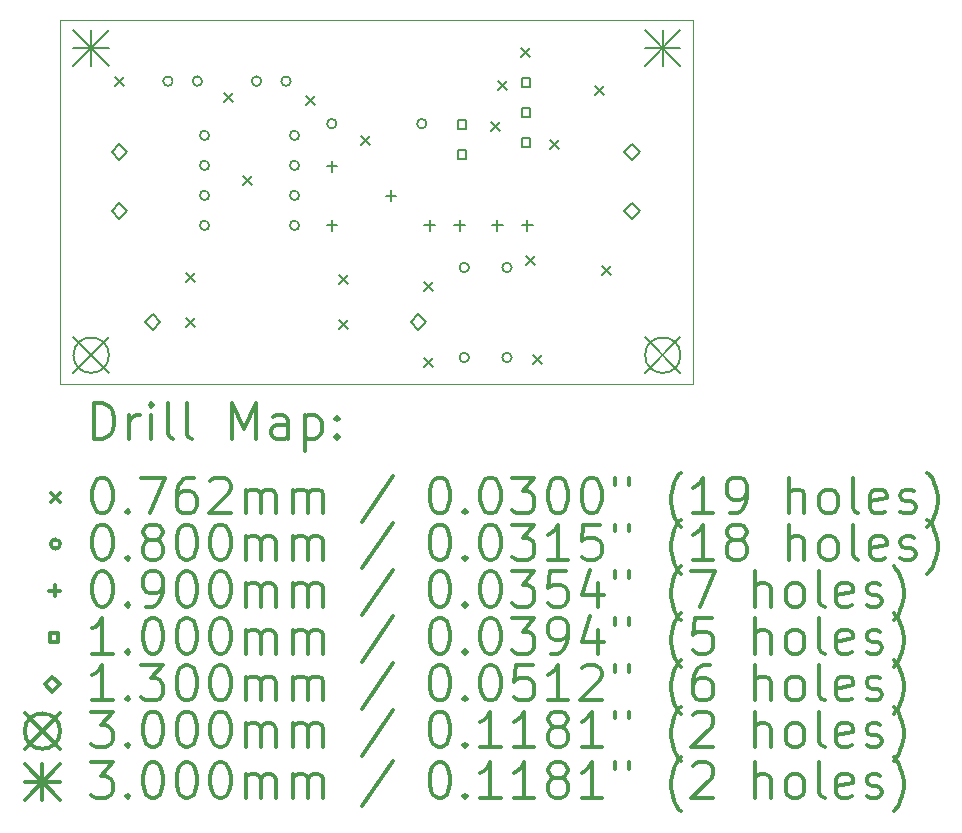
<source format=gbr>
%FSLAX45Y45*%
G04 Gerber Fmt 4.5, Leading zero omitted, Abs format (unit mm)*
G04 Created by KiCad (PCBNEW (5.1.10)-1) date 2021-06-01 12:55:46*
%MOMM*%
%LPD*%
G01*
G04 APERTURE LIST*
%TA.AperFunction,Profile*%
%ADD10C,0.050000*%
%TD*%
%ADD11C,0.200000*%
%ADD12C,0.300000*%
G04 APERTURE END LIST*
D10*
X8760000Y-11600000D02*
X8780000Y-11600000D01*
X8760000Y-14680000D02*
X8760000Y-11600000D01*
X14120000Y-14680000D02*
X8760000Y-14680000D01*
X14120000Y-11600000D02*
X14120000Y-14680000D01*
X8780000Y-11600000D02*
X14120000Y-11600000D01*
D11*
X9221900Y-12081900D02*
X9298100Y-12158100D01*
X9298100Y-12081900D02*
X9221900Y-12158100D01*
X9821900Y-13741900D02*
X9898100Y-13818100D01*
X9898100Y-13741900D02*
X9821900Y-13818100D01*
X9821900Y-14121900D02*
X9898100Y-14198100D01*
X9898100Y-14121900D02*
X9821900Y-14198100D01*
X10141900Y-12221900D02*
X10218100Y-12298100D01*
X10218100Y-12221900D02*
X10141900Y-12298100D01*
X10301900Y-12921900D02*
X10378100Y-12998100D01*
X10378100Y-12921900D02*
X10301900Y-12998100D01*
X10841900Y-12241900D02*
X10918100Y-12318100D01*
X10918100Y-12241900D02*
X10841900Y-12318100D01*
X11121900Y-13761900D02*
X11198100Y-13838100D01*
X11198100Y-13761900D02*
X11121900Y-13838100D01*
X11121900Y-14141900D02*
X11198100Y-14218100D01*
X11198100Y-14141900D02*
X11121900Y-14218100D01*
X11301900Y-12581900D02*
X11378100Y-12658100D01*
X11378100Y-12581900D02*
X11301900Y-12658100D01*
X11841900Y-13821900D02*
X11918100Y-13898100D01*
X11918100Y-13821900D02*
X11841900Y-13898100D01*
X11841900Y-14461900D02*
X11918100Y-14538100D01*
X11918100Y-14461900D02*
X11841900Y-14538100D01*
X12401900Y-12461900D02*
X12478100Y-12538100D01*
X12478100Y-12461900D02*
X12401900Y-12538100D01*
X12461900Y-12121900D02*
X12538100Y-12198100D01*
X12538100Y-12121900D02*
X12461900Y-12198100D01*
X12661900Y-11841900D02*
X12738100Y-11918100D01*
X12738100Y-11841900D02*
X12661900Y-11918100D01*
X12701900Y-13601900D02*
X12778100Y-13678100D01*
X12778100Y-13601900D02*
X12701900Y-13678100D01*
X12761900Y-14441900D02*
X12838100Y-14518100D01*
X12838100Y-14441900D02*
X12761900Y-14518100D01*
X12901900Y-12621900D02*
X12978100Y-12698100D01*
X12978100Y-12621900D02*
X12901900Y-12698100D01*
X13281900Y-12161900D02*
X13358100Y-12238100D01*
X13358100Y-12161900D02*
X13281900Y-12238100D01*
X13341900Y-13681900D02*
X13418100Y-13758100D01*
X13418100Y-13681900D02*
X13341900Y-13758100D01*
X9710000Y-12120000D02*
G75*
G03*
X9710000Y-12120000I-40000J0D01*
G01*
X9960000Y-12120000D02*
G75*
G03*
X9960000Y-12120000I-40000J0D01*
G01*
X10020000Y-12580000D02*
G75*
G03*
X10020000Y-12580000I-40000J0D01*
G01*
X10020000Y-12834000D02*
G75*
G03*
X10020000Y-12834000I-40000J0D01*
G01*
X10020000Y-13088000D02*
G75*
G03*
X10020000Y-13088000I-40000J0D01*
G01*
X10020000Y-13342000D02*
G75*
G03*
X10020000Y-13342000I-40000J0D01*
G01*
X10460000Y-12120000D02*
G75*
G03*
X10460000Y-12120000I-40000J0D01*
G01*
X10710000Y-12120000D02*
G75*
G03*
X10710000Y-12120000I-40000J0D01*
G01*
X10782000Y-12580000D02*
G75*
G03*
X10782000Y-12580000I-40000J0D01*
G01*
X10782000Y-12834000D02*
G75*
G03*
X10782000Y-12834000I-40000J0D01*
G01*
X10782000Y-13088000D02*
G75*
G03*
X10782000Y-13088000I-40000J0D01*
G01*
X10782000Y-13342000D02*
G75*
G03*
X10782000Y-13342000I-40000J0D01*
G01*
X11098000Y-12480000D02*
G75*
G03*
X11098000Y-12480000I-40000J0D01*
G01*
X11860000Y-12480000D02*
G75*
G03*
X11860000Y-12480000I-40000J0D01*
G01*
X12220000Y-13698000D02*
G75*
G03*
X12220000Y-13698000I-40000J0D01*
G01*
X12220000Y-14460000D02*
G75*
G03*
X12220000Y-14460000I-40000J0D01*
G01*
X12580000Y-13698000D02*
G75*
G03*
X12580000Y-13698000I-40000J0D01*
G01*
X12580000Y-14460000D02*
G75*
G03*
X12580000Y-14460000I-40000J0D01*
G01*
X11060000Y-12795000D02*
X11060000Y-12885000D01*
X11015000Y-12840000D02*
X11105000Y-12840000D01*
X11060000Y-13295000D02*
X11060000Y-13385000D01*
X11015000Y-13340000D02*
X11105000Y-13340000D01*
X11560000Y-13045000D02*
X11560000Y-13135000D01*
X11515000Y-13090000D02*
X11605000Y-13090000D01*
X11886000Y-13295000D02*
X11886000Y-13385000D01*
X11841000Y-13340000D02*
X11931000Y-13340000D01*
X12140000Y-13295000D02*
X12140000Y-13385000D01*
X12095000Y-13340000D02*
X12185000Y-13340000D01*
X12460000Y-13295000D02*
X12460000Y-13385000D01*
X12415000Y-13340000D02*
X12505000Y-13340000D01*
X12714000Y-13295000D02*
X12714000Y-13385000D01*
X12669000Y-13340000D02*
X12759000Y-13340000D01*
X12195356Y-12521356D02*
X12195356Y-12450644D01*
X12124644Y-12450644D01*
X12124644Y-12521356D01*
X12195356Y-12521356D01*
X12195356Y-12775356D02*
X12195356Y-12704644D01*
X12124644Y-12704644D01*
X12124644Y-12775356D01*
X12195356Y-12775356D01*
X12735356Y-12167356D02*
X12735356Y-12096644D01*
X12664644Y-12096644D01*
X12664644Y-12167356D01*
X12735356Y-12167356D01*
X12735356Y-12421356D02*
X12735356Y-12350644D01*
X12664644Y-12350644D01*
X12664644Y-12421356D01*
X12735356Y-12421356D01*
X12735356Y-12675356D02*
X12735356Y-12604644D01*
X12664644Y-12604644D01*
X12664644Y-12675356D01*
X12735356Y-12675356D01*
X9260000Y-12785000D02*
X9325000Y-12720000D01*
X9260000Y-12655000D01*
X9195000Y-12720000D01*
X9260000Y-12785000D01*
X9260000Y-13285000D02*
X9325000Y-13220000D01*
X9260000Y-13155000D01*
X9195000Y-13220000D01*
X9260000Y-13285000D01*
X9540000Y-14225000D02*
X9605000Y-14160000D01*
X9540000Y-14095000D01*
X9475000Y-14160000D01*
X9540000Y-14225000D01*
X11790000Y-14225000D02*
X11855000Y-14160000D01*
X11790000Y-14095000D01*
X11725000Y-14160000D01*
X11790000Y-14225000D01*
X13600000Y-12785000D02*
X13665000Y-12720000D01*
X13600000Y-12655000D01*
X13535000Y-12720000D01*
X13600000Y-12785000D01*
X13600000Y-13285000D02*
X13665000Y-13220000D01*
X13600000Y-13155000D01*
X13535000Y-13220000D01*
X13600000Y-13285000D01*
X8870000Y-14290000D02*
X9170000Y-14590000D01*
X9170000Y-14290000D02*
X8870000Y-14590000D01*
X9170000Y-14440000D02*
G75*
G03*
X9170000Y-14440000I-150000J0D01*
G01*
X13710000Y-14290000D02*
X14010000Y-14590000D01*
X14010000Y-14290000D02*
X13710000Y-14590000D01*
X14010000Y-14440000D02*
G75*
G03*
X14010000Y-14440000I-150000J0D01*
G01*
X8870000Y-11690000D02*
X9170000Y-11990000D01*
X9170000Y-11690000D02*
X8870000Y-11990000D01*
X9020000Y-11690000D02*
X9020000Y-11990000D01*
X8870000Y-11840000D02*
X9170000Y-11840000D01*
X13710000Y-11690000D02*
X14010000Y-11990000D01*
X14010000Y-11690000D02*
X13710000Y-11990000D01*
X13860000Y-11690000D02*
X13860000Y-11990000D01*
X13710000Y-11840000D02*
X14010000Y-11840000D01*
D12*
X9043928Y-15148214D02*
X9043928Y-14848214D01*
X9115357Y-14848214D01*
X9158214Y-14862500D01*
X9186786Y-14891071D01*
X9201071Y-14919643D01*
X9215357Y-14976786D01*
X9215357Y-15019643D01*
X9201071Y-15076786D01*
X9186786Y-15105357D01*
X9158214Y-15133929D01*
X9115357Y-15148214D01*
X9043928Y-15148214D01*
X9343928Y-15148214D02*
X9343928Y-14948214D01*
X9343928Y-15005357D02*
X9358214Y-14976786D01*
X9372500Y-14962500D01*
X9401071Y-14948214D01*
X9429643Y-14948214D01*
X9529643Y-15148214D02*
X9529643Y-14948214D01*
X9529643Y-14848214D02*
X9515357Y-14862500D01*
X9529643Y-14876786D01*
X9543928Y-14862500D01*
X9529643Y-14848214D01*
X9529643Y-14876786D01*
X9715357Y-15148214D02*
X9686786Y-15133929D01*
X9672500Y-15105357D01*
X9672500Y-14848214D01*
X9872500Y-15148214D02*
X9843928Y-15133929D01*
X9829643Y-15105357D01*
X9829643Y-14848214D01*
X10215357Y-15148214D02*
X10215357Y-14848214D01*
X10315357Y-15062500D01*
X10415357Y-14848214D01*
X10415357Y-15148214D01*
X10686786Y-15148214D02*
X10686786Y-14991071D01*
X10672500Y-14962500D01*
X10643928Y-14948214D01*
X10586786Y-14948214D01*
X10558214Y-14962500D01*
X10686786Y-15133929D02*
X10658214Y-15148214D01*
X10586786Y-15148214D01*
X10558214Y-15133929D01*
X10543928Y-15105357D01*
X10543928Y-15076786D01*
X10558214Y-15048214D01*
X10586786Y-15033929D01*
X10658214Y-15033929D01*
X10686786Y-15019643D01*
X10829643Y-14948214D02*
X10829643Y-15248214D01*
X10829643Y-14962500D02*
X10858214Y-14948214D01*
X10915357Y-14948214D01*
X10943928Y-14962500D01*
X10958214Y-14976786D01*
X10972500Y-15005357D01*
X10972500Y-15091071D01*
X10958214Y-15119643D01*
X10943928Y-15133929D01*
X10915357Y-15148214D01*
X10858214Y-15148214D01*
X10829643Y-15133929D01*
X11101071Y-15119643D02*
X11115357Y-15133929D01*
X11101071Y-15148214D01*
X11086786Y-15133929D01*
X11101071Y-15119643D01*
X11101071Y-15148214D01*
X11101071Y-14962500D02*
X11115357Y-14976786D01*
X11101071Y-14991071D01*
X11086786Y-14976786D01*
X11101071Y-14962500D01*
X11101071Y-14991071D01*
X8681300Y-15604400D02*
X8757500Y-15680600D01*
X8757500Y-15604400D02*
X8681300Y-15680600D01*
X9101071Y-15478214D02*
X9129643Y-15478214D01*
X9158214Y-15492500D01*
X9172500Y-15506786D01*
X9186786Y-15535357D01*
X9201071Y-15592500D01*
X9201071Y-15663929D01*
X9186786Y-15721071D01*
X9172500Y-15749643D01*
X9158214Y-15763929D01*
X9129643Y-15778214D01*
X9101071Y-15778214D01*
X9072500Y-15763929D01*
X9058214Y-15749643D01*
X9043928Y-15721071D01*
X9029643Y-15663929D01*
X9029643Y-15592500D01*
X9043928Y-15535357D01*
X9058214Y-15506786D01*
X9072500Y-15492500D01*
X9101071Y-15478214D01*
X9329643Y-15749643D02*
X9343928Y-15763929D01*
X9329643Y-15778214D01*
X9315357Y-15763929D01*
X9329643Y-15749643D01*
X9329643Y-15778214D01*
X9443928Y-15478214D02*
X9643928Y-15478214D01*
X9515357Y-15778214D01*
X9886786Y-15478214D02*
X9829643Y-15478214D01*
X9801071Y-15492500D01*
X9786786Y-15506786D01*
X9758214Y-15549643D01*
X9743928Y-15606786D01*
X9743928Y-15721071D01*
X9758214Y-15749643D01*
X9772500Y-15763929D01*
X9801071Y-15778214D01*
X9858214Y-15778214D01*
X9886786Y-15763929D01*
X9901071Y-15749643D01*
X9915357Y-15721071D01*
X9915357Y-15649643D01*
X9901071Y-15621071D01*
X9886786Y-15606786D01*
X9858214Y-15592500D01*
X9801071Y-15592500D01*
X9772500Y-15606786D01*
X9758214Y-15621071D01*
X9743928Y-15649643D01*
X10029643Y-15506786D02*
X10043928Y-15492500D01*
X10072500Y-15478214D01*
X10143928Y-15478214D01*
X10172500Y-15492500D01*
X10186786Y-15506786D01*
X10201071Y-15535357D01*
X10201071Y-15563929D01*
X10186786Y-15606786D01*
X10015357Y-15778214D01*
X10201071Y-15778214D01*
X10329643Y-15778214D02*
X10329643Y-15578214D01*
X10329643Y-15606786D02*
X10343928Y-15592500D01*
X10372500Y-15578214D01*
X10415357Y-15578214D01*
X10443928Y-15592500D01*
X10458214Y-15621071D01*
X10458214Y-15778214D01*
X10458214Y-15621071D02*
X10472500Y-15592500D01*
X10501071Y-15578214D01*
X10543928Y-15578214D01*
X10572500Y-15592500D01*
X10586786Y-15621071D01*
X10586786Y-15778214D01*
X10729643Y-15778214D02*
X10729643Y-15578214D01*
X10729643Y-15606786D02*
X10743928Y-15592500D01*
X10772500Y-15578214D01*
X10815357Y-15578214D01*
X10843928Y-15592500D01*
X10858214Y-15621071D01*
X10858214Y-15778214D01*
X10858214Y-15621071D02*
X10872500Y-15592500D01*
X10901071Y-15578214D01*
X10943928Y-15578214D01*
X10972500Y-15592500D01*
X10986786Y-15621071D01*
X10986786Y-15778214D01*
X11572500Y-15463929D02*
X11315357Y-15849643D01*
X11958214Y-15478214D02*
X11986786Y-15478214D01*
X12015357Y-15492500D01*
X12029643Y-15506786D01*
X12043928Y-15535357D01*
X12058214Y-15592500D01*
X12058214Y-15663929D01*
X12043928Y-15721071D01*
X12029643Y-15749643D01*
X12015357Y-15763929D01*
X11986786Y-15778214D01*
X11958214Y-15778214D01*
X11929643Y-15763929D01*
X11915357Y-15749643D01*
X11901071Y-15721071D01*
X11886786Y-15663929D01*
X11886786Y-15592500D01*
X11901071Y-15535357D01*
X11915357Y-15506786D01*
X11929643Y-15492500D01*
X11958214Y-15478214D01*
X12186786Y-15749643D02*
X12201071Y-15763929D01*
X12186786Y-15778214D01*
X12172500Y-15763929D01*
X12186786Y-15749643D01*
X12186786Y-15778214D01*
X12386786Y-15478214D02*
X12415357Y-15478214D01*
X12443928Y-15492500D01*
X12458214Y-15506786D01*
X12472500Y-15535357D01*
X12486786Y-15592500D01*
X12486786Y-15663929D01*
X12472500Y-15721071D01*
X12458214Y-15749643D01*
X12443928Y-15763929D01*
X12415357Y-15778214D01*
X12386786Y-15778214D01*
X12358214Y-15763929D01*
X12343928Y-15749643D01*
X12329643Y-15721071D01*
X12315357Y-15663929D01*
X12315357Y-15592500D01*
X12329643Y-15535357D01*
X12343928Y-15506786D01*
X12358214Y-15492500D01*
X12386786Y-15478214D01*
X12586786Y-15478214D02*
X12772500Y-15478214D01*
X12672500Y-15592500D01*
X12715357Y-15592500D01*
X12743928Y-15606786D01*
X12758214Y-15621071D01*
X12772500Y-15649643D01*
X12772500Y-15721071D01*
X12758214Y-15749643D01*
X12743928Y-15763929D01*
X12715357Y-15778214D01*
X12629643Y-15778214D01*
X12601071Y-15763929D01*
X12586786Y-15749643D01*
X12958214Y-15478214D02*
X12986786Y-15478214D01*
X13015357Y-15492500D01*
X13029643Y-15506786D01*
X13043928Y-15535357D01*
X13058214Y-15592500D01*
X13058214Y-15663929D01*
X13043928Y-15721071D01*
X13029643Y-15749643D01*
X13015357Y-15763929D01*
X12986786Y-15778214D01*
X12958214Y-15778214D01*
X12929643Y-15763929D01*
X12915357Y-15749643D01*
X12901071Y-15721071D01*
X12886786Y-15663929D01*
X12886786Y-15592500D01*
X12901071Y-15535357D01*
X12915357Y-15506786D01*
X12929643Y-15492500D01*
X12958214Y-15478214D01*
X13243928Y-15478214D02*
X13272500Y-15478214D01*
X13301071Y-15492500D01*
X13315357Y-15506786D01*
X13329643Y-15535357D01*
X13343928Y-15592500D01*
X13343928Y-15663929D01*
X13329643Y-15721071D01*
X13315357Y-15749643D01*
X13301071Y-15763929D01*
X13272500Y-15778214D01*
X13243928Y-15778214D01*
X13215357Y-15763929D01*
X13201071Y-15749643D01*
X13186786Y-15721071D01*
X13172500Y-15663929D01*
X13172500Y-15592500D01*
X13186786Y-15535357D01*
X13201071Y-15506786D01*
X13215357Y-15492500D01*
X13243928Y-15478214D01*
X13458214Y-15478214D02*
X13458214Y-15535357D01*
X13572500Y-15478214D02*
X13572500Y-15535357D01*
X14015357Y-15892500D02*
X14001071Y-15878214D01*
X13972500Y-15835357D01*
X13958214Y-15806786D01*
X13943928Y-15763929D01*
X13929643Y-15692500D01*
X13929643Y-15635357D01*
X13943928Y-15563929D01*
X13958214Y-15521071D01*
X13972500Y-15492500D01*
X14001071Y-15449643D01*
X14015357Y-15435357D01*
X14286786Y-15778214D02*
X14115357Y-15778214D01*
X14201071Y-15778214D02*
X14201071Y-15478214D01*
X14172500Y-15521071D01*
X14143928Y-15549643D01*
X14115357Y-15563929D01*
X14429643Y-15778214D02*
X14486786Y-15778214D01*
X14515357Y-15763929D01*
X14529643Y-15749643D01*
X14558214Y-15706786D01*
X14572500Y-15649643D01*
X14572500Y-15535357D01*
X14558214Y-15506786D01*
X14543928Y-15492500D01*
X14515357Y-15478214D01*
X14458214Y-15478214D01*
X14429643Y-15492500D01*
X14415357Y-15506786D01*
X14401071Y-15535357D01*
X14401071Y-15606786D01*
X14415357Y-15635357D01*
X14429643Y-15649643D01*
X14458214Y-15663929D01*
X14515357Y-15663929D01*
X14543928Y-15649643D01*
X14558214Y-15635357D01*
X14572500Y-15606786D01*
X14929643Y-15778214D02*
X14929643Y-15478214D01*
X15058214Y-15778214D02*
X15058214Y-15621071D01*
X15043928Y-15592500D01*
X15015357Y-15578214D01*
X14972500Y-15578214D01*
X14943928Y-15592500D01*
X14929643Y-15606786D01*
X15243928Y-15778214D02*
X15215357Y-15763929D01*
X15201071Y-15749643D01*
X15186786Y-15721071D01*
X15186786Y-15635357D01*
X15201071Y-15606786D01*
X15215357Y-15592500D01*
X15243928Y-15578214D01*
X15286786Y-15578214D01*
X15315357Y-15592500D01*
X15329643Y-15606786D01*
X15343928Y-15635357D01*
X15343928Y-15721071D01*
X15329643Y-15749643D01*
X15315357Y-15763929D01*
X15286786Y-15778214D01*
X15243928Y-15778214D01*
X15515357Y-15778214D02*
X15486786Y-15763929D01*
X15472500Y-15735357D01*
X15472500Y-15478214D01*
X15743928Y-15763929D02*
X15715357Y-15778214D01*
X15658214Y-15778214D01*
X15629643Y-15763929D01*
X15615357Y-15735357D01*
X15615357Y-15621071D01*
X15629643Y-15592500D01*
X15658214Y-15578214D01*
X15715357Y-15578214D01*
X15743928Y-15592500D01*
X15758214Y-15621071D01*
X15758214Y-15649643D01*
X15615357Y-15678214D01*
X15872500Y-15763929D02*
X15901071Y-15778214D01*
X15958214Y-15778214D01*
X15986786Y-15763929D01*
X16001071Y-15735357D01*
X16001071Y-15721071D01*
X15986786Y-15692500D01*
X15958214Y-15678214D01*
X15915357Y-15678214D01*
X15886786Y-15663929D01*
X15872500Y-15635357D01*
X15872500Y-15621071D01*
X15886786Y-15592500D01*
X15915357Y-15578214D01*
X15958214Y-15578214D01*
X15986786Y-15592500D01*
X16101071Y-15892500D02*
X16115357Y-15878214D01*
X16143928Y-15835357D01*
X16158214Y-15806786D01*
X16172500Y-15763929D01*
X16186786Y-15692500D01*
X16186786Y-15635357D01*
X16172500Y-15563929D01*
X16158214Y-15521071D01*
X16143928Y-15492500D01*
X16115357Y-15449643D01*
X16101071Y-15435357D01*
X8757500Y-16038500D02*
G75*
G03*
X8757500Y-16038500I-40000J0D01*
G01*
X9101071Y-15874214D02*
X9129643Y-15874214D01*
X9158214Y-15888500D01*
X9172500Y-15902786D01*
X9186786Y-15931357D01*
X9201071Y-15988500D01*
X9201071Y-16059929D01*
X9186786Y-16117071D01*
X9172500Y-16145643D01*
X9158214Y-16159929D01*
X9129643Y-16174214D01*
X9101071Y-16174214D01*
X9072500Y-16159929D01*
X9058214Y-16145643D01*
X9043928Y-16117071D01*
X9029643Y-16059929D01*
X9029643Y-15988500D01*
X9043928Y-15931357D01*
X9058214Y-15902786D01*
X9072500Y-15888500D01*
X9101071Y-15874214D01*
X9329643Y-16145643D02*
X9343928Y-16159929D01*
X9329643Y-16174214D01*
X9315357Y-16159929D01*
X9329643Y-16145643D01*
X9329643Y-16174214D01*
X9515357Y-16002786D02*
X9486786Y-15988500D01*
X9472500Y-15974214D01*
X9458214Y-15945643D01*
X9458214Y-15931357D01*
X9472500Y-15902786D01*
X9486786Y-15888500D01*
X9515357Y-15874214D01*
X9572500Y-15874214D01*
X9601071Y-15888500D01*
X9615357Y-15902786D01*
X9629643Y-15931357D01*
X9629643Y-15945643D01*
X9615357Y-15974214D01*
X9601071Y-15988500D01*
X9572500Y-16002786D01*
X9515357Y-16002786D01*
X9486786Y-16017071D01*
X9472500Y-16031357D01*
X9458214Y-16059929D01*
X9458214Y-16117071D01*
X9472500Y-16145643D01*
X9486786Y-16159929D01*
X9515357Y-16174214D01*
X9572500Y-16174214D01*
X9601071Y-16159929D01*
X9615357Y-16145643D01*
X9629643Y-16117071D01*
X9629643Y-16059929D01*
X9615357Y-16031357D01*
X9601071Y-16017071D01*
X9572500Y-16002786D01*
X9815357Y-15874214D02*
X9843928Y-15874214D01*
X9872500Y-15888500D01*
X9886786Y-15902786D01*
X9901071Y-15931357D01*
X9915357Y-15988500D01*
X9915357Y-16059929D01*
X9901071Y-16117071D01*
X9886786Y-16145643D01*
X9872500Y-16159929D01*
X9843928Y-16174214D01*
X9815357Y-16174214D01*
X9786786Y-16159929D01*
X9772500Y-16145643D01*
X9758214Y-16117071D01*
X9743928Y-16059929D01*
X9743928Y-15988500D01*
X9758214Y-15931357D01*
X9772500Y-15902786D01*
X9786786Y-15888500D01*
X9815357Y-15874214D01*
X10101071Y-15874214D02*
X10129643Y-15874214D01*
X10158214Y-15888500D01*
X10172500Y-15902786D01*
X10186786Y-15931357D01*
X10201071Y-15988500D01*
X10201071Y-16059929D01*
X10186786Y-16117071D01*
X10172500Y-16145643D01*
X10158214Y-16159929D01*
X10129643Y-16174214D01*
X10101071Y-16174214D01*
X10072500Y-16159929D01*
X10058214Y-16145643D01*
X10043928Y-16117071D01*
X10029643Y-16059929D01*
X10029643Y-15988500D01*
X10043928Y-15931357D01*
X10058214Y-15902786D01*
X10072500Y-15888500D01*
X10101071Y-15874214D01*
X10329643Y-16174214D02*
X10329643Y-15974214D01*
X10329643Y-16002786D02*
X10343928Y-15988500D01*
X10372500Y-15974214D01*
X10415357Y-15974214D01*
X10443928Y-15988500D01*
X10458214Y-16017071D01*
X10458214Y-16174214D01*
X10458214Y-16017071D02*
X10472500Y-15988500D01*
X10501071Y-15974214D01*
X10543928Y-15974214D01*
X10572500Y-15988500D01*
X10586786Y-16017071D01*
X10586786Y-16174214D01*
X10729643Y-16174214D02*
X10729643Y-15974214D01*
X10729643Y-16002786D02*
X10743928Y-15988500D01*
X10772500Y-15974214D01*
X10815357Y-15974214D01*
X10843928Y-15988500D01*
X10858214Y-16017071D01*
X10858214Y-16174214D01*
X10858214Y-16017071D02*
X10872500Y-15988500D01*
X10901071Y-15974214D01*
X10943928Y-15974214D01*
X10972500Y-15988500D01*
X10986786Y-16017071D01*
X10986786Y-16174214D01*
X11572500Y-15859929D02*
X11315357Y-16245643D01*
X11958214Y-15874214D02*
X11986786Y-15874214D01*
X12015357Y-15888500D01*
X12029643Y-15902786D01*
X12043928Y-15931357D01*
X12058214Y-15988500D01*
X12058214Y-16059929D01*
X12043928Y-16117071D01*
X12029643Y-16145643D01*
X12015357Y-16159929D01*
X11986786Y-16174214D01*
X11958214Y-16174214D01*
X11929643Y-16159929D01*
X11915357Y-16145643D01*
X11901071Y-16117071D01*
X11886786Y-16059929D01*
X11886786Y-15988500D01*
X11901071Y-15931357D01*
X11915357Y-15902786D01*
X11929643Y-15888500D01*
X11958214Y-15874214D01*
X12186786Y-16145643D02*
X12201071Y-16159929D01*
X12186786Y-16174214D01*
X12172500Y-16159929D01*
X12186786Y-16145643D01*
X12186786Y-16174214D01*
X12386786Y-15874214D02*
X12415357Y-15874214D01*
X12443928Y-15888500D01*
X12458214Y-15902786D01*
X12472500Y-15931357D01*
X12486786Y-15988500D01*
X12486786Y-16059929D01*
X12472500Y-16117071D01*
X12458214Y-16145643D01*
X12443928Y-16159929D01*
X12415357Y-16174214D01*
X12386786Y-16174214D01*
X12358214Y-16159929D01*
X12343928Y-16145643D01*
X12329643Y-16117071D01*
X12315357Y-16059929D01*
X12315357Y-15988500D01*
X12329643Y-15931357D01*
X12343928Y-15902786D01*
X12358214Y-15888500D01*
X12386786Y-15874214D01*
X12586786Y-15874214D02*
X12772500Y-15874214D01*
X12672500Y-15988500D01*
X12715357Y-15988500D01*
X12743928Y-16002786D01*
X12758214Y-16017071D01*
X12772500Y-16045643D01*
X12772500Y-16117071D01*
X12758214Y-16145643D01*
X12743928Y-16159929D01*
X12715357Y-16174214D01*
X12629643Y-16174214D01*
X12601071Y-16159929D01*
X12586786Y-16145643D01*
X13058214Y-16174214D02*
X12886786Y-16174214D01*
X12972500Y-16174214D02*
X12972500Y-15874214D01*
X12943928Y-15917071D01*
X12915357Y-15945643D01*
X12886786Y-15959929D01*
X13329643Y-15874214D02*
X13186786Y-15874214D01*
X13172500Y-16017071D01*
X13186786Y-16002786D01*
X13215357Y-15988500D01*
X13286786Y-15988500D01*
X13315357Y-16002786D01*
X13329643Y-16017071D01*
X13343928Y-16045643D01*
X13343928Y-16117071D01*
X13329643Y-16145643D01*
X13315357Y-16159929D01*
X13286786Y-16174214D01*
X13215357Y-16174214D01*
X13186786Y-16159929D01*
X13172500Y-16145643D01*
X13458214Y-15874214D02*
X13458214Y-15931357D01*
X13572500Y-15874214D02*
X13572500Y-15931357D01*
X14015357Y-16288500D02*
X14001071Y-16274214D01*
X13972500Y-16231357D01*
X13958214Y-16202786D01*
X13943928Y-16159929D01*
X13929643Y-16088500D01*
X13929643Y-16031357D01*
X13943928Y-15959929D01*
X13958214Y-15917071D01*
X13972500Y-15888500D01*
X14001071Y-15845643D01*
X14015357Y-15831357D01*
X14286786Y-16174214D02*
X14115357Y-16174214D01*
X14201071Y-16174214D02*
X14201071Y-15874214D01*
X14172500Y-15917071D01*
X14143928Y-15945643D01*
X14115357Y-15959929D01*
X14458214Y-16002786D02*
X14429643Y-15988500D01*
X14415357Y-15974214D01*
X14401071Y-15945643D01*
X14401071Y-15931357D01*
X14415357Y-15902786D01*
X14429643Y-15888500D01*
X14458214Y-15874214D01*
X14515357Y-15874214D01*
X14543928Y-15888500D01*
X14558214Y-15902786D01*
X14572500Y-15931357D01*
X14572500Y-15945643D01*
X14558214Y-15974214D01*
X14543928Y-15988500D01*
X14515357Y-16002786D01*
X14458214Y-16002786D01*
X14429643Y-16017071D01*
X14415357Y-16031357D01*
X14401071Y-16059929D01*
X14401071Y-16117071D01*
X14415357Y-16145643D01*
X14429643Y-16159929D01*
X14458214Y-16174214D01*
X14515357Y-16174214D01*
X14543928Y-16159929D01*
X14558214Y-16145643D01*
X14572500Y-16117071D01*
X14572500Y-16059929D01*
X14558214Y-16031357D01*
X14543928Y-16017071D01*
X14515357Y-16002786D01*
X14929643Y-16174214D02*
X14929643Y-15874214D01*
X15058214Y-16174214D02*
X15058214Y-16017071D01*
X15043928Y-15988500D01*
X15015357Y-15974214D01*
X14972500Y-15974214D01*
X14943928Y-15988500D01*
X14929643Y-16002786D01*
X15243928Y-16174214D02*
X15215357Y-16159929D01*
X15201071Y-16145643D01*
X15186786Y-16117071D01*
X15186786Y-16031357D01*
X15201071Y-16002786D01*
X15215357Y-15988500D01*
X15243928Y-15974214D01*
X15286786Y-15974214D01*
X15315357Y-15988500D01*
X15329643Y-16002786D01*
X15343928Y-16031357D01*
X15343928Y-16117071D01*
X15329643Y-16145643D01*
X15315357Y-16159929D01*
X15286786Y-16174214D01*
X15243928Y-16174214D01*
X15515357Y-16174214D02*
X15486786Y-16159929D01*
X15472500Y-16131357D01*
X15472500Y-15874214D01*
X15743928Y-16159929D02*
X15715357Y-16174214D01*
X15658214Y-16174214D01*
X15629643Y-16159929D01*
X15615357Y-16131357D01*
X15615357Y-16017071D01*
X15629643Y-15988500D01*
X15658214Y-15974214D01*
X15715357Y-15974214D01*
X15743928Y-15988500D01*
X15758214Y-16017071D01*
X15758214Y-16045643D01*
X15615357Y-16074214D01*
X15872500Y-16159929D02*
X15901071Y-16174214D01*
X15958214Y-16174214D01*
X15986786Y-16159929D01*
X16001071Y-16131357D01*
X16001071Y-16117071D01*
X15986786Y-16088500D01*
X15958214Y-16074214D01*
X15915357Y-16074214D01*
X15886786Y-16059929D01*
X15872500Y-16031357D01*
X15872500Y-16017071D01*
X15886786Y-15988500D01*
X15915357Y-15974214D01*
X15958214Y-15974214D01*
X15986786Y-15988500D01*
X16101071Y-16288500D02*
X16115357Y-16274214D01*
X16143928Y-16231357D01*
X16158214Y-16202786D01*
X16172500Y-16159929D01*
X16186786Y-16088500D01*
X16186786Y-16031357D01*
X16172500Y-15959929D01*
X16158214Y-15917071D01*
X16143928Y-15888500D01*
X16115357Y-15845643D01*
X16101071Y-15831357D01*
X8712500Y-16389500D02*
X8712500Y-16479500D01*
X8667500Y-16434500D02*
X8757500Y-16434500D01*
X9101071Y-16270214D02*
X9129643Y-16270214D01*
X9158214Y-16284500D01*
X9172500Y-16298786D01*
X9186786Y-16327357D01*
X9201071Y-16384500D01*
X9201071Y-16455929D01*
X9186786Y-16513071D01*
X9172500Y-16541643D01*
X9158214Y-16555929D01*
X9129643Y-16570214D01*
X9101071Y-16570214D01*
X9072500Y-16555929D01*
X9058214Y-16541643D01*
X9043928Y-16513071D01*
X9029643Y-16455929D01*
X9029643Y-16384500D01*
X9043928Y-16327357D01*
X9058214Y-16298786D01*
X9072500Y-16284500D01*
X9101071Y-16270214D01*
X9329643Y-16541643D02*
X9343928Y-16555929D01*
X9329643Y-16570214D01*
X9315357Y-16555929D01*
X9329643Y-16541643D01*
X9329643Y-16570214D01*
X9486786Y-16570214D02*
X9543928Y-16570214D01*
X9572500Y-16555929D01*
X9586786Y-16541643D01*
X9615357Y-16498786D01*
X9629643Y-16441643D01*
X9629643Y-16327357D01*
X9615357Y-16298786D01*
X9601071Y-16284500D01*
X9572500Y-16270214D01*
X9515357Y-16270214D01*
X9486786Y-16284500D01*
X9472500Y-16298786D01*
X9458214Y-16327357D01*
X9458214Y-16398786D01*
X9472500Y-16427357D01*
X9486786Y-16441643D01*
X9515357Y-16455929D01*
X9572500Y-16455929D01*
X9601071Y-16441643D01*
X9615357Y-16427357D01*
X9629643Y-16398786D01*
X9815357Y-16270214D02*
X9843928Y-16270214D01*
X9872500Y-16284500D01*
X9886786Y-16298786D01*
X9901071Y-16327357D01*
X9915357Y-16384500D01*
X9915357Y-16455929D01*
X9901071Y-16513071D01*
X9886786Y-16541643D01*
X9872500Y-16555929D01*
X9843928Y-16570214D01*
X9815357Y-16570214D01*
X9786786Y-16555929D01*
X9772500Y-16541643D01*
X9758214Y-16513071D01*
X9743928Y-16455929D01*
X9743928Y-16384500D01*
X9758214Y-16327357D01*
X9772500Y-16298786D01*
X9786786Y-16284500D01*
X9815357Y-16270214D01*
X10101071Y-16270214D02*
X10129643Y-16270214D01*
X10158214Y-16284500D01*
X10172500Y-16298786D01*
X10186786Y-16327357D01*
X10201071Y-16384500D01*
X10201071Y-16455929D01*
X10186786Y-16513071D01*
X10172500Y-16541643D01*
X10158214Y-16555929D01*
X10129643Y-16570214D01*
X10101071Y-16570214D01*
X10072500Y-16555929D01*
X10058214Y-16541643D01*
X10043928Y-16513071D01*
X10029643Y-16455929D01*
X10029643Y-16384500D01*
X10043928Y-16327357D01*
X10058214Y-16298786D01*
X10072500Y-16284500D01*
X10101071Y-16270214D01*
X10329643Y-16570214D02*
X10329643Y-16370214D01*
X10329643Y-16398786D02*
X10343928Y-16384500D01*
X10372500Y-16370214D01*
X10415357Y-16370214D01*
X10443928Y-16384500D01*
X10458214Y-16413071D01*
X10458214Y-16570214D01*
X10458214Y-16413071D02*
X10472500Y-16384500D01*
X10501071Y-16370214D01*
X10543928Y-16370214D01*
X10572500Y-16384500D01*
X10586786Y-16413071D01*
X10586786Y-16570214D01*
X10729643Y-16570214D02*
X10729643Y-16370214D01*
X10729643Y-16398786D02*
X10743928Y-16384500D01*
X10772500Y-16370214D01*
X10815357Y-16370214D01*
X10843928Y-16384500D01*
X10858214Y-16413071D01*
X10858214Y-16570214D01*
X10858214Y-16413071D02*
X10872500Y-16384500D01*
X10901071Y-16370214D01*
X10943928Y-16370214D01*
X10972500Y-16384500D01*
X10986786Y-16413071D01*
X10986786Y-16570214D01*
X11572500Y-16255929D02*
X11315357Y-16641643D01*
X11958214Y-16270214D02*
X11986786Y-16270214D01*
X12015357Y-16284500D01*
X12029643Y-16298786D01*
X12043928Y-16327357D01*
X12058214Y-16384500D01*
X12058214Y-16455929D01*
X12043928Y-16513071D01*
X12029643Y-16541643D01*
X12015357Y-16555929D01*
X11986786Y-16570214D01*
X11958214Y-16570214D01*
X11929643Y-16555929D01*
X11915357Y-16541643D01*
X11901071Y-16513071D01*
X11886786Y-16455929D01*
X11886786Y-16384500D01*
X11901071Y-16327357D01*
X11915357Y-16298786D01*
X11929643Y-16284500D01*
X11958214Y-16270214D01*
X12186786Y-16541643D02*
X12201071Y-16555929D01*
X12186786Y-16570214D01*
X12172500Y-16555929D01*
X12186786Y-16541643D01*
X12186786Y-16570214D01*
X12386786Y-16270214D02*
X12415357Y-16270214D01*
X12443928Y-16284500D01*
X12458214Y-16298786D01*
X12472500Y-16327357D01*
X12486786Y-16384500D01*
X12486786Y-16455929D01*
X12472500Y-16513071D01*
X12458214Y-16541643D01*
X12443928Y-16555929D01*
X12415357Y-16570214D01*
X12386786Y-16570214D01*
X12358214Y-16555929D01*
X12343928Y-16541643D01*
X12329643Y-16513071D01*
X12315357Y-16455929D01*
X12315357Y-16384500D01*
X12329643Y-16327357D01*
X12343928Y-16298786D01*
X12358214Y-16284500D01*
X12386786Y-16270214D01*
X12586786Y-16270214D02*
X12772500Y-16270214D01*
X12672500Y-16384500D01*
X12715357Y-16384500D01*
X12743928Y-16398786D01*
X12758214Y-16413071D01*
X12772500Y-16441643D01*
X12772500Y-16513071D01*
X12758214Y-16541643D01*
X12743928Y-16555929D01*
X12715357Y-16570214D01*
X12629643Y-16570214D01*
X12601071Y-16555929D01*
X12586786Y-16541643D01*
X13043928Y-16270214D02*
X12901071Y-16270214D01*
X12886786Y-16413071D01*
X12901071Y-16398786D01*
X12929643Y-16384500D01*
X13001071Y-16384500D01*
X13029643Y-16398786D01*
X13043928Y-16413071D01*
X13058214Y-16441643D01*
X13058214Y-16513071D01*
X13043928Y-16541643D01*
X13029643Y-16555929D01*
X13001071Y-16570214D01*
X12929643Y-16570214D01*
X12901071Y-16555929D01*
X12886786Y-16541643D01*
X13315357Y-16370214D02*
X13315357Y-16570214D01*
X13243928Y-16255929D02*
X13172500Y-16470214D01*
X13358214Y-16470214D01*
X13458214Y-16270214D02*
X13458214Y-16327357D01*
X13572500Y-16270214D02*
X13572500Y-16327357D01*
X14015357Y-16684500D02*
X14001071Y-16670214D01*
X13972500Y-16627357D01*
X13958214Y-16598786D01*
X13943928Y-16555929D01*
X13929643Y-16484500D01*
X13929643Y-16427357D01*
X13943928Y-16355929D01*
X13958214Y-16313071D01*
X13972500Y-16284500D01*
X14001071Y-16241643D01*
X14015357Y-16227357D01*
X14101071Y-16270214D02*
X14301071Y-16270214D01*
X14172500Y-16570214D01*
X14643928Y-16570214D02*
X14643928Y-16270214D01*
X14772500Y-16570214D02*
X14772500Y-16413071D01*
X14758214Y-16384500D01*
X14729643Y-16370214D01*
X14686786Y-16370214D01*
X14658214Y-16384500D01*
X14643928Y-16398786D01*
X14958214Y-16570214D02*
X14929643Y-16555929D01*
X14915357Y-16541643D01*
X14901071Y-16513071D01*
X14901071Y-16427357D01*
X14915357Y-16398786D01*
X14929643Y-16384500D01*
X14958214Y-16370214D01*
X15001071Y-16370214D01*
X15029643Y-16384500D01*
X15043928Y-16398786D01*
X15058214Y-16427357D01*
X15058214Y-16513071D01*
X15043928Y-16541643D01*
X15029643Y-16555929D01*
X15001071Y-16570214D01*
X14958214Y-16570214D01*
X15229643Y-16570214D02*
X15201071Y-16555929D01*
X15186786Y-16527357D01*
X15186786Y-16270214D01*
X15458214Y-16555929D02*
X15429643Y-16570214D01*
X15372500Y-16570214D01*
X15343928Y-16555929D01*
X15329643Y-16527357D01*
X15329643Y-16413071D01*
X15343928Y-16384500D01*
X15372500Y-16370214D01*
X15429643Y-16370214D01*
X15458214Y-16384500D01*
X15472500Y-16413071D01*
X15472500Y-16441643D01*
X15329643Y-16470214D01*
X15586786Y-16555929D02*
X15615357Y-16570214D01*
X15672500Y-16570214D01*
X15701071Y-16555929D01*
X15715357Y-16527357D01*
X15715357Y-16513071D01*
X15701071Y-16484500D01*
X15672500Y-16470214D01*
X15629643Y-16470214D01*
X15601071Y-16455929D01*
X15586786Y-16427357D01*
X15586786Y-16413071D01*
X15601071Y-16384500D01*
X15629643Y-16370214D01*
X15672500Y-16370214D01*
X15701071Y-16384500D01*
X15815357Y-16684500D02*
X15829643Y-16670214D01*
X15858214Y-16627357D01*
X15872500Y-16598786D01*
X15886786Y-16555929D01*
X15901071Y-16484500D01*
X15901071Y-16427357D01*
X15886786Y-16355929D01*
X15872500Y-16313071D01*
X15858214Y-16284500D01*
X15829643Y-16241643D01*
X15815357Y-16227357D01*
X8742856Y-16865856D02*
X8742856Y-16795144D01*
X8672144Y-16795144D01*
X8672144Y-16865856D01*
X8742856Y-16865856D01*
X9201071Y-16966214D02*
X9029643Y-16966214D01*
X9115357Y-16966214D02*
X9115357Y-16666214D01*
X9086786Y-16709071D01*
X9058214Y-16737643D01*
X9029643Y-16751929D01*
X9329643Y-16937643D02*
X9343928Y-16951929D01*
X9329643Y-16966214D01*
X9315357Y-16951929D01*
X9329643Y-16937643D01*
X9329643Y-16966214D01*
X9529643Y-16666214D02*
X9558214Y-16666214D01*
X9586786Y-16680500D01*
X9601071Y-16694786D01*
X9615357Y-16723357D01*
X9629643Y-16780500D01*
X9629643Y-16851929D01*
X9615357Y-16909072D01*
X9601071Y-16937643D01*
X9586786Y-16951929D01*
X9558214Y-16966214D01*
X9529643Y-16966214D01*
X9501071Y-16951929D01*
X9486786Y-16937643D01*
X9472500Y-16909072D01*
X9458214Y-16851929D01*
X9458214Y-16780500D01*
X9472500Y-16723357D01*
X9486786Y-16694786D01*
X9501071Y-16680500D01*
X9529643Y-16666214D01*
X9815357Y-16666214D02*
X9843928Y-16666214D01*
X9872500Y-16680500D01*
X9886786Y-16694786D01*
X9901071Y-16723357D01*
X9915357Y-16780500D01*
X9915357Y-16851929D01*
X9901071Y-16909072D01*
X9886786Y-16937643D01*
X9872500Y-16951929D01*
X9843928Y-16966214D01*
X9815357Y-16966214D01*
X9786786Y-16951929D01*
X9772500Y-16937643D01*
X9758214Y-16909072D01*
X9743928Y-16851929D01*
X9743928Y-16780500D01*
X9758214Y-16723357D01*
X9772500Y-16694786D01*
X9786786Y-16680500D01*
X9815357Y-16666214D01*
X10101071Y-16666214D02*
X10129643Y-16666214D01*
X10158214Y-16680500D01*
X10172500Y-16694786D01*
X10186786Y-16723357D01*
X10201071Y-16780500D01*
X10201071Y-16851929D01*
X10186786Y-16909072D01*
X10172500Y-16937643D01*
X10158214Y-16951929D01*
X10129643Y-16966214D01*
X10101071Y-16966214D01*
X10072500Y-16951929D01*
X10058214Y-16937643D01*
X10043928Y-16909072D01*
X10029643Y-16851929D01*
X10029643Y-16780500D01*
X10043928Y-16723357D01*
X10058214Y-16694786D01*
X10072500Y-16680500D01*
X10101071Y-16666214D01*
X10329643Y-16966214D02*
X10329643Y-16766214D01*
X10329643Y-16794786D02*
X10343928Y-16780500D01*
X10372500Y-16766214D01*
X10415357Y-16766214D01*
X10443928Y-16780500D01*
X10458214Y-16809072D01*
X10458214Y-16966214D01*
X10458214Y-16809072D02*
X10472500Y-16780500D01*
X10501071Y-16766214D01*
X10543928Y-16766214D01*
X10572500Y-16780500D01*
X10586786Y-16809072D01*
X10586786Y-16966214D01*
X10729643Y-16966214D02*
X10729643Y-16766214D01*
X10729643Y-16794786D02*
X10743928Y-16780500D01*
X10772500Y-16766214D01*
X10815357Y-16766214D01*
X10843928Y-16780500D01*
X10858214Y-16809072D01*
X10858214Y-16966214D01*
X10858214Y-16809072D02*
X10872500Y-16780500D01*
X10901071Y-16766214D01*
X10943928Y-16766214D01*
X10972500Y-16780500D01*
X10986786Y-16809072D01*
X10986786Y-16966214D01*
X11572500Y-16651929D02*
X11315357Y-17037643D01*
X11958214Y-16666214D02*
X11986786Y-16666214D01*
X12015357Y-16680500D01*
X12029643Y-16694786D01*
X12043928Y-16723357D01*
X12058214Y-16780500D01*
X12058214Y-16851929D01*
X12043928Y-16909072D01*
X12029643Y-16937643D01*
X12015357Y-16951929D01*
X11986786Y-16966214D01*
X11958214Y-16966214D01*
X11929643Y-16951929D01*
X11915357Y-16937643D01*
X11901071Y-16909072D01*
X11886786Y-16851929D01*
X11886786Y-16780500D01*
X11901071Y-16723357D01*
X11915357Y-16694786D01*
X11929643Y-16680500D01*
X11958214Y-16666214D01*
X12186786Y-16937643D02*
X12201071Y-16951929D01*
X12186786Y-16966214D01*
X12172500Y-16951929D01*
X12186786Y-16937643D01*
X12186786Y-16966214D01*
X12386786Y-16666214D02*
X12415357Y-16666214D01*
X12443928Y-16680500D01*
X12458214Y-16694786D01*
X12472500Y-16723357D01*
X12486786Y-16780500D01*
X12486786Y-16851929D01*
X12472500Y-16909072D01*
X12458214Y-16937643D01*
X12443928Y-16951929D01*
X12415357Y-16966214D01*
X12386786Y-16966214D01*
X12358214Y-16951929D01*
X12343928Y-16937643D01*
X12329643Y-16909072D01*
X12315357Y-16851929D01*
X12315357Y-16780500D01*
X12329643Y-16723357D01*
X12343928Y-16694786D01*
X12358214Y-16680500D01*
X12386786Y-16666214D01*
X12586786Y-16666214D02*
X12772500Y-16666214D01*
X12672500Y-16780500D01*
X12715357Y-16780500D01*
X12743928Y-16794786D01*
X12758214Y-16809072D01*
X12772500Y-16837643D01*
X12772500Y-16909072D01*
X12758214Y-16937643D01*
X12743928Y-16951929D01*
X12715357Y-16966214D01*
X12629643Y-16966214D01*
X12601071Y-16951929D01*
X12586786Y-16937643D01*
X12915357Y-16966214D02*
X12972500Y-16966214D01*
X13001071Y-16951929D01*
X13015357Y-16937643D01*
X13043928Y-16894786D01*
X13058214Y-16837643D01*
X13058214Y-16723357D01*
X13043928Y-16694786D01*
X13029643Y-16680500D01*
X13001071Y-16666214D01*
X12943928Y-16666214D01*
X12915357Y-16680500D01*
X12901071Y-16694786D01*
X12886786Y-16723357D01*
X12886786Y-16794786D01*
X12901071Y-16823357D01*
X12915357Y-16837643D01*
X12943928Y-16851929D01*
X13001071Y-16851929D01*
X13029643Y-16837643D01*
X13043928Y-16823357D01*
X13058214Y-16794786D01*
X13315357Y-16766214D02*
X13315357Y-16966214D01*
X13243928Y-16651929D02*
X13172500Y-16866214D01*
X13358214Y-16866214D01*
X13458214Y-16666214D02*
X13458214Y-16723357D01*
X13572500Y-16666214D02*
X13572500Y-16723357D01*
X14015357Y-17080500D02*
X14001071Y-17066214D01*
X13972500Y-17023357D01*
X13958214Y-16994786D01*
X13943928Y-16951929D01*
X13929643Y-16880500D01*
X13929643Y-16823357D01*
X13943928Y-16751929D01*
X13958214Y-16709071D01*
X13972500Y-16680500D01*
X14001071Y-16637643D01*
X14015357Y-16623357D01*
X14272500Y-16666214D02*
X14129643Y-16666214D01*
X14115357Y-16809072D01*
X14129643Y-16794786D01*
X14158214Y-16780500D01*
X14229643Y-16780500D01*
X14258214Y-16794786D01*
X14272500Y-16809072D01*
X14286786Y-16837643D01*
X14286786Y-16909072D01*
X14272500Y-16937643D01*
X14258214Y-16951929D01*
X14229643Y-16966214D01*
X14158214Y-16966214D01*
X14129643Y-16951929D01*
X14115357Y-16937643D01*
X14643928Y-16966214D02*
X14643928Y-16666214D01*
X14772500Y-16966214D02*
X14772500Y-16809072D01*
X14758214Y-16780500D01*
X14729643Y-16766214D01*
X14686786Y-16766214D01*
X14658214Y-16780500D01*
X14643928Y-16794786D01*
X14958214Y-16966214D02*
X14929643Y-16951929D01*
X14915357Y-16937643D01*
X14901071Y-16909072D01*
X14901071Y-16823357D01*
X14915357Y-16794786D01*
X14929643Y-16780500D01*
X14958214Y-16766214D01*
X15001071Y-16766214D01*
X15029643Y-16780500D01*
X15043928Y-16794786D01*
X15058214Y-16823357D01*
X15058214Y-16909072D01*
X15043928Y-16937643D01*
X15029643Y-16951929D01*
X15001071Y-16966214D01*
X14958214Y-16966214D01*
X15229643Y-16966214D02*
X15201071Y-16951929D01*
X15186786Y-16923357D01*
X15186786Y-16666214D01*
X15458214Y-16951929D02*
X15429643Y-16966214D01*
X15372500Y-16966214D01*
X15343928Y-16951929D01*
X15329643Y-16923357D01*
X15329643Y-16809072D01*
X15343928Y-16780500D01*
X15372500Y-16766214D01*
X15429643Y-16766214D01*
X15458214Y-16780500D01*
X15472500Y-16809072D01*
X15472500Y-16837643D01*
X15329643Y-16866214D01*
X15586786Y-16951929D02*
X15615357Y-16966214D01*
X15672500Y-16966214D01*
X15701071Y-16951929D01*
X15715357Y-16923357D01*
X15715357Y-16909072D01*
X15701071Y-16880500D01*
X15672500Y-16866214D01*
X15629643Y-16866214D01*
X15601071Y-16851929D01*
X15586786Y-16823357D01*
X15586786Y-16809072D01*
X15601071Y-16780500D01*
X15629643Y-16766214D01*
X15672500Y-16766214D01*
X15701071Y-16780500D01*
X15815357Y-17080500D02*
X15829643Y-17066214D01*
X15858214Y-17023357D01*
X15872500Y-16994786D01*
X15886786Y-16951929D01*
X15901071Y-16880500D01*
X15901071Y-16823357D01*
X15886786Y-16751929D01*
X15872500Y-16709071D01*
X15858214Y-16680500D01*
X15829643Y-16637643D01*
X15815357Y-16623357D01*
X8692500Y-17291500D02*
X8757500Y-17226500D01*
X8692500Y-17161500D01*
X8627500Y-17226500D01*
X8692500Y-17291500D01*
X9201071Y-17362214D02*
X9029643Y-17362214D01*
X9115357Y-17362214D02*
X9115357Y-17062214D01*
X9086786Y-17105072D01*
X9058214Y-17133643D01*
X9029643Y-17147929D01*
X9329643Y-17333643D02*
X9343928Y-17347929D01*
X9329643Y-17362214D01*
X9315357Y-17347929D01*
X9329643Y-17333643D01*
X9329643Y-17362214D01*
X9443928Y-17062214D02*
X9629643Y-17062214D01*
X9529643Y-17176500D01*
X9572500Y-17176500D01*
X9601071Y-17190786D01*
X9615357Y-17205072D01*
X9629643Y-17233643D01*
X9629643Y-17305072D01*
X9615357Y-17333643D01*
X9601071Y-17347929D01*
X9572500Y-17362214D01*
X9486786Y-17362214D01*
X9458214Y-17347929D01*
X9443928Y-17333643D01*
X9815357Y-17062214D02*
X9843928Y-17062214D01*
X9872500Y-17076500D01*
X9886786Y-17090786D01*
X9901071Y-17119357D01*
X9915357Y-17176500D01*
X9915357Y-17247929D01*
X9901071Y-17305072D01*
X9886786Y-17333643D01*
X9872500Y-17347929D01*
X9843928Y-17362214D01*
X9815357Y-17362214D01*
X9786786Y-17347929D01*
X9772500Y-17333643D01*
X9758214Y-17305072D01*
X9743928Y-17247929D01*
X9743928Y-17176500D01*
X9758214Y-17119357D01*
X9772500Y-17090786D01*
X9786786Y-17076500D01*
X9815357Y-17062214D01*
X10101071Y-17062214D02*
X10129643Y-17062214D01*
X10158214Y-17076500D01*
X10172500Y-17090786D01*
X10186786Y-17119357D01*
X10201071Y-17176500D01*
X10201071Y-17247929D01*
X10186786Y-17305072D01*
X10172500Y-17333643D01*
X10158214Y-17347929D01*
X10129643Y-17362214D01*
X10101071Y-17362214D01*
X10072500Y-17347929D01*
X10058214Y-17333643D01*
X10043928Y-17305072D01*
X10029643Y-17247929D01*
X10029643Y-17176500D01*
X10043928Y-17119357D01*
X10058214Y-17090786D01*
X10072500Y-17076500D01*
X10101071Y-17062214D01*
X10329643Y-17362214D02*
X10329643Y-17162214D01*
X10329643Y-17190786D02*
X10343928Y-17176500D01*
X10372500Y-17162214D01*
X10415357Y-17162214D01*
X10443928Y-17176500D01*
X10458214Y-17205072D01*
X10458214Y-17362214D01*
X10458214Y-17205072D02*
X10472500Y-17176500D01*
X10501071Y-17162214D01*
X10543928Y-17162214D01*
X10572500Y-17176500D01*
X10586786Y-17205072D01*
X10586786Y-17362214D01*
X10729643Y-17362214D02*
X10729643Y-17162214D01*
X10729643Y-17190786D02*
X10743928Y-17176500D01*
X10772500Y-17162214D01*
X10815357Y-17162214D01*
X10843928Y-17176500D01*
X10858214Y-17205072D01*
X10858214Y-17362214D01*
X10858214Y-17205072D02*
X10872500Y-17176500D01*
X10901071Y-17162214D01*
X10943928Y-17162214D01*
X10972500Y-17176500D01*
X10986786Y-17205072D01*
X10986786Y-17362214D01*
X11572500Y-17047929D02*
X11315357Y-17433643D01*
X11958214Y-17062214D02*
X11986786Y-17062214D01*
X12015357Y-17076500D01*
X12029643Y-17090786D01*
X12043928Y-17119357D01*
X12058214Y-17176500D01*
X12058214Y-17247929D01*
X12043928Y-17305072D01*
X12029643Y-17333643D01*
X12015357Y-17347929D01*
X11986786Y-17362214D01*
X11958214Y-17362214D01*
X11929643Y-17347929D01*
X11915357Y-17333643D01*
X11901071Y-17305072D01*
X11886786Y-17247929D01*
X11886786Y-17176500D01*
X11901071Y-17119357D01*
X11915357Y-17090786D01*
X11929643Y-17076500D01*
X11958214Y-17062214D01*
X12186786Y-17333643D02*
X12201071Y-17347929D01*
X12186786Y-17362214D01*
X12172500Y-17347929D01*
X12186786Y-17333643D01*
X12186786Y-17362214D01*
X12386786Y-17062214D02*
X12415357Y-17062214D01*
X12443928Y-17076500D01*
X12458214Y-17090786D01*
X12472500Y-17119357D01*
X12486786Y-17176500D01*
X12486786Y-17247929D01*
X12472500Y-17305072D01*
X12458214Y-17333643D01*
X12443928Y-17347929D01*
X12415357Y-17362214D01*
X12386786Y-17362214D01*
X12358214Y-17347929D01*
X12343928Y-17333643D01*
X12329643Y-17305072D01*
X12315357Y-17247929D01*
X12315357Y-17176500D01*
X12329643Y-17119357D01*
X12343928Y-17090786D01*
X12358214Y-17076500D01*
X12386786Y-17062214D01*
X12758214Y-17062214D02*
X12615357Y-17062214D01*
X12601071Y-17205072D01*
X12615357Y-17190786D01*
X12643928Y-17176500D01*
X12715357Y-17176500D01*
X12743928Y-17190786D01*
X12758214Y-17205072D01*
X12772500Y-17233643D01*
X12772500Y-17305072D01*
X12758214Y-17333643D01*
X12743928Y-17347929D01*
X12715357Y-17362214D01*
X12643928Y-17362214D01*
X12615357Y-17347929D01*
X12601071Y-17333643D01*
X13058214Y-17362214D02*
X12886786Y-17362214D01*
X12972500Y-17362214D02*
X12972500Y-17062214D01*
X12943928Y-17105072D01*
X12915357Y-17133643D01*
X12886786Y-17147929D01*
X13172500Y-17090786D02*
X13186786Y-17076500D01*
X13215357Y-17062214D01*
X13286786Y-17062214D01*
X13315357Y-17076500D01*
X13329643Y-17090786D01*
X13343928Y-17119357D01*
X13343928Y-17147929D01*
X13329643Y-17190786D01*
X13158214Y-17362214D01*
X13343928Y-17362214D01*
X13458214Y-17062214D02*
X13458214Y-17119357D01*
X13572500Y-17062214D02*
X13572500Y-17119357D01*
X14015357Y-17476500D02*
X14001071Y-17462214D01*
X13972500Y-17419357D01*
X13958214Y-17390786D01*
X13943928Y-17347929D01*
X13929643Y-17276500D01*
X13929643Y-17219357D01*
X13943928Y-17147929D01*
X13958214Y-17105072D01*
X13972500Y-17076500D01*
X14001071Y-17033643D01*
X14015357Y-17019357D01*
X14258214Y-17062214D02*
X14201071Y-17062214D01*
X14172500Y-17076500D01*
X14158214Y-17090786D01*
X14129643Y-17133643D01*
X14115357Y-17190786D01*
X14115357Y-17305072D01*
X14129643Y-17333643D01*
X14143928Y-17347929D01*
X14172500Y-17362214D01*
X14229643Y-17362214D01*
X14258214Y-17347929D01*
X14272500Y-17333643D01*
X14286786Y-17305072D01*
X14286786Y-17233643D01*
X14272500Y-17205072D01*
X14258214Y-17190786D01*
X14229643Y-17176500D01*
X14172500Y-17176500D01*
X14143928Y-17190786D01*
X14129643Y-17205072D01*
X14115357Y-17233643D01*
X14643928Y-17362214D02*
X14643928Y-17062214D01*
X14772500Y-17362214D02*
X14772500Y-17205072D01*
X14758214Y-17176500D01*
X14729643Y-17162214D01*
X14686786Y-17162214D01*
X14658214Y-17176500D01*
X14643928Y-17190786D01*
X14958214Y-17362214D02*
X14929643Y-17347929D01*
X14915357Y-17333643D01*
X14901071Y-17305072D01*
X14901071Y-17219357D01*
X14915357Y-17190786D01*
X14929643Y-17176500D01*
X14958214Y-17162214D01*
X15001071Y-17162214D01*
X15029643Y-17176500D01*
X15043928Y-17190786D01*
X15058214Y-17219357D01*
X15058214Y-17305072D01*
X15043928Y-17333643D01*
X15029643Y-17347929D01*
X15001071Y-17362214D01*
X14958214Y-17362214D01*
X15229643Y-17362214D02*
X15201071Y-17347929D01*
X15186786Y-17319357D01*
X15186786Y-17062214D01*
X15458214Y-17347929D02*
X15429643Y-17362214D01*
X15372500Y-17362214D01*
X15343928Y-17347929D01*
X15329643Y-17319357D01*
X15329643Y-17205072D01*
X15343928Y-17176500D01*
X15372500Y-17162214D01*
X15429643Y-17162214D01*
X15458214Y-17176500D01*
X15472500Y-17205072D01*
X15472500Y-17233643D01*
X15329643Y-17262214D01*
X15586786Y-17347929D02*
X15615357Y-17362214D01*
X15672500Y-17362214D01*
X15701071Y-17347929D01*
X15715357Y-17319357D01*
X15715357Y-17305072D01*
X15701071Y-17276500D01*
X15672500Y-17262214D01*
X15629643Y-17262214D01*
X15601071Y-17247929D01*
X15586786Y-17219357D01*
X15586786Y-17205072D01*
X15601071Y-17176500D01*
X15629643Y-17162214D01*
X15672500Y-17162214D01*
X15701071Y-17176500D01*
X15815357Y-17476500D02*
X15829643Y-17462214D01*
X15858214Y-17419357D01*
X15872500Y-17390786D01*
X15886786Y-17347929D01*
X15901071Y-17276500D01*
X15901071Y-17219357D01*
X15886786Y-17147929D01*
X15872500Y-17105072D01*
X15858214Y-17076500D01*
X15829643Y-17033643D01*
X15815357Y-17019357D01*
X8457500Y-17472500D02*
X8757500Y-17772500D01*
X8757500Y-17472500D02*
X8457500Y-17772500D01*
X8757500Y-17622500D02*
G75*
G03*
X8757500Y-17622500I-150000J0D01*
G01*
X9015357Y-17458214D02*
X9201071Y-17458214D01*
X9101071Y-17572500D01*
X9143928Y-17572500D01*
X9172500Y-17586786D01*
X9186786Y-17601072D01*
X9201071Y-17629643D01*
X9201071Y-17701072D01*
X9186786Y-17729643D01*
X9172500Y-17743929D01*
X9143928Y-17758214D01*
X9058214Y-17758214D01*
X9029643Y-17743929D01*
X9015357Y-17729643D01*
X9329643Y-17729643D02*
X9343928Y-17743929D01*
X9329643Y-17758214D01*
X9315357Y-17743929D01*
X9329643Y-17729643D01*
X9329643Y-17758214D01*
X9529643Y-17458214D02*
X9558214Y-17458214D01*
X9586786Y-17472500D01*
X9601071Y-17486786D01*
X9615357Y-17515357D01*
X9629643Y-17572500D01*
X9629643Y-17643929D01*
X9615357Y-17701072D01*
X9601071Y-17729643D01*
X9586786Y-17743929D01*
X9558214Y-17758214D01*
X9529643Y-17758214D01*
X9501071Y-17743929D01*
X9486786Y-17729643D01*
X9472500Y-17701072D01*
X9458214Y-17643929D01*
X9458214Y-17572500D01*
X9472500Y-17515357D01*
X9486786Y-17486786D01*
X9501071Y-17472500D01*
X9529643Y-17458214D01*
X9815357Y-17458214D02*
X9843928Y-17458214D01*
X9872500Y-17472500D01*
X9886786Y-17486786D01*
X9901071Y-17515357D01*
X9915357Y-17572500D01*
X9915357Y-17643929D01*
X9901071Y-17701072D01*
X9886786Y-17729643D01*
X9872500Y-17743929D01*
X9843928Y-17758214D01*
X9815357Y-17758214D01*
X9786786Y-17743929D01*
X9772500Y-17729643D01*
X9758214Y-17701072D01*
X9743928Y-17643929D01*
X9743928Y-17572500D01*
X9758214Y-17515357D01*
X9772500Y-17486786D01*
X9786786Y-17472500D01*
X9815357Y-17458214D01*
X10101071Y-17458214D02*
X10129643Y-17458214D01*
X10158214Y-17472500D01*
X10172500Y-17486786D01*
X10186786Y-17515357D01*
X10201071Y-17572500D01*
X10201071Y-17643929D01*
X10186786Y-17701072D01*
X10172500Y-17729643D01*
X10158214Y-17743929D01*
X10129643Y-17758214D01*
X10101071Y-17758214D01*
X10072500Y-17743929D01*
X10058214Y-17729643D01*
X10043928Y-17701072D01*
X10029643Y-17643929D01*
X10029643Y-17572500D01*
X10043928Y-17515357D01*
X10058214Y-17486786D01*
X10072500Y-17472500D01*
X10101071Y-17458214D01*
X10329643Y-17758214D02*
X10329643Y-17558214D01*
X10329643Y-17586786D02*
X10343928Y-17572500D01*
X10372500Y-17558214D01*
X10415357Y-17558214D01*
X10443928Y-17572500D01*
X10458214Y-17601072D01*
X10458214Y-17758214D01*
X10458214Y-17601072D02*
X10472500Y-17572500D01*
X10501071Y-17558214D01*
X10543928Y-17558214D01*
X10572500Y-17572500D01*
X10586786Y-17601072D01*
X10586786Y-17758214D01*
X10729643Y-17758214D02*
X10729643Y-17558214D01*
X10729643Y-17586786D02*
X10743928Y-17572500D01*
X10772500Y-17558214D01*
X10815357Y-17558214D01*
X10843928Y-17572500D01*
X10858214Y-17601072D01*
X10858214Y-17758214D01*
X10858214Y-17601072D02*
X10872500Y-17572500D01*
X10901071Y-17558214D01*
X10943928Y-17558214D01*
X10972500Y-17572500D01*
X10986786Y-17601072D01*
X10986786Y-17758214D01*
X11572500Y-17443929D02*
X11315357Y-17829643D01*
X11958214Y-17458214D02*
X11986786Y-17458214D01*
X12015357Y-17472500D01*
X12029643Y-17486786D01*
X12043928Y-17515357D01*
X12058214Y-17572500D01*
X12058214Y-17643929D01*
X12043928Y-17701072D01*
X12029643Y-17729643D01*
X12015357Y-17743929D01*
X11986786Y-17758214D01*
X11958214Y-17758214D01*
X11929643Y-17743929D01*
X11915357Y-17729643D01*
X11901071Y-17701072D01*
X11886786Y-17643929D01*
X11886786Y-17572500D01*
X11901071Y-17515357D01*
X11915357Y-17486786D01*
X11929643Y-17472500D01*
X11958214Y-17458214D01*
X12186786Y-17729643D02*
X12201071Y-17743929D01*
X12186786Y-17758214D01*
X12172500Y-17743929D01*
X12186786Y-17729643D01*
X12186786Y-17758214D01*
X12486786Y-17758214D02*
X12315357Y-17758214D01*
X12401071Y-17758214D02*
X12401071Y-17458214D01*
X12372500Y-17501072D01*
X12343928Y-17529643D01*
X12315357Y-17543929D01*
X12772500Y-17758214D02*
X12601071Y-17758214D01*
X12686786Y-17758214D02*
X12686786Y-17458214D01*
X12658214Y-17501072D01*
X12629643Y-17529643D01*
X12601071Y-17543929D01*
X12943928Y-17586786D02*
X12915357Y-17572500D01*
X12901071Y-17558214D01*
X12886786Y-17529643D01*
X12886786Y-17515357D01*
X12901071Y-17486786D01*
X12915357Y-17472500D01*
X12943928Y-17458214D01*
X13001071Y-17458214D01*
X13029643Y-17472500D01*
X13043928Y-17486786D01*
X13058214Y-17515357D01*
X13058214Y-17529643D01*
X13043928Y-17558214D01*
X13029643Y-17572500D01*
X13001071Y-17586786D01*
X12943928Y-17586786D01*
X12915357Y-17601072D01*
X12901071Y-17615357D01*
X12886786Y-17643929D01*
X12886786Y-17701072D01*
X12901071Y-17729643D01*
X12915357Y-17743929D01*
X12943928Y-17758214D01*
X13001071Y-17758214D01*
X13029643Y-17743929D01*
X13043928Y-17729643D01*
X13058214Y-17701072D01*
X13058214Y-17643929D01*
X13043928Y-17615357D01*
X13029643Y-17601072D01*
X13001071Y-17586786D01*
X13343928Y-17758214D02*
X13172500Y-17758214D01*
X13258214Y-17758214D02*
X13258214Y-17458214D01*
X13229643Y-17501072D01*
X13201071Y-17529643D01*
X13172500Y-17543929D01*
X13458214Y-17458214D02*
X13458214Y-17515357D01*
X13572500Y-17458214D02*
X13572500Y-17515357D01*
X14015357Y-17872500D02*
X14001071Y-17858214D01*
X13972500Y-17815357D01*
X13958214Y-17786786D01*
X13943928Y-17743929D01*
X13929643Y-17672500D01*
X13929643Y-17615357D01*
X13943928Y-17543929D01*
X13958214Y-17501072D01*
X13972500Y-17472500D01*
X14001071Y-17429643D01*
X14015357Y-17415357D01*
X14115357Y-17486786D02*
X14129643Y-17472500D01*
X14158214Y-17458214D01*
X14229643Y-17458214D01*
X14258214Y-17472500D01*
X14272500Y-17486786D01*
X14286786Y-17515357D01*
X14286786Y-17543929D01*
X14272500Y-17586786D01*
X14101071Y-17758214D01*
X14286786Y-17758214D01*
X14643928Y-17758214D02*
X14643928Y-17458214D01*
X14772500Y-17758214D02*
X14772500Y-17601072D01*
X14758214Y-17572500D01*
X14729643Y-17558214D01*
X14686786Y-17558214D01*
X14658214Y-17572500D01*
X14643928Y-17586786D01*
X14958214Y-17758214D02*
X14929643Y-17743929D01*
X14915357Y-17729643D01*
X14901071Y-17701072D01*
X14901071Y-17615357D01*
X14915357Y-17586786D01*
X14929643Y-17572500D01*
X14958214Y-17558214D01*
X15001071Y-17558214D01*
X15029643Y-17572500D01*
X15043928Y-17586786D01*
X15058214Y-17615357D01*
X15058214Y-17701072D01*
X15043928Y-17729643D01*
X15029643Y-17743929D01*
X15001071Y-17758214D01*
X14958214Y-17758214D01*
X15229643Y-17758214D02*
X15201071Y-17743929D01*
X15186786Y-17715357D01*
X15186786Y-17458214D01*
X15458214Y-17743929D02*
X15429643Y-17758214D01*
X15372500Y-17758214D01*
X15343928Y-17743929D01*
X15329643Y-17715357D01*
X15329643Y-17601072D01*
X15343928Y-17572500D01*
X15372500Y-17558214D01*
X15429643Y-17558214D01*
X15458214Y-17572500D01*
X15472500Y-17601072D01*
X15472500Y-17629643D01*
X15329643Y-17658214D01*
X15586786Y-17743929D02*
X15615357Y-17758214D01*
X15672500Y-17758214D01*
X15701071Y-17743929D01*
X15715357Y-17715357D01*
X15715357Y-17701072D01*
X15701071Y-17672500D01*
X15672500Y-17658214D01*
X15629643Y-17658214D01*
X15601071Y-17643929D01*
X15586786Y-17615357D01*
X15586786Y-17601072D01*
X15601071Y-17572500D01*
X15629643Y-17558214D01*
X15672500Y-17558214D01*
X15701071Y-17572500D01*
X15815357Y-17872500D02*
X15829643Y-17858214D01*
X15858214Y-17815357D01*
X15872500Y-17786786D01*
X15886786Y-17743929D01*
X15901071Y-17672500D01*
X15901071Y-17615357D01*
X15886786Y-17543929D01*
X15872500Y-17501072D01*
X15858214Y-17472500D01*
X15829643Y-17429643D01*
X15815357Y-17415357D01*
X8457500Y-17902500D02*
X8757500Y-18202500D01*
X8757500Y-17902500D02*
X8457500Y-18202500D01*
X8607500Y-17902500D02*
X8607500Y-18202500D01*
X8457500Y-18052500D02*
X8757500Y-18052500D01*
X9015357Y-17888214D02*
X9201071Y-17888214D01*
X9101071Y-18002500D01*
X9143928Y-18002500D01*
X9172500Y-18016786D01*
X9186786Y-18031071D01*
X9201071Y-18059643D01*
X9201071Y-18131071D01*
X9186786Y-18159643D01*
X9172500Y-18173929D01*
X9143928Y-18188214D01*
X9058214Y-18188214D01*
X9029643Y-18173929D01*
X9015357Y-18159643D01*
X9329643Y-18159643D02*
X9343928Y-18173929D01*
X9329643Y-18188214D01*
X9315357Y-18173929D01*
X9329643Y-18159643D01*
X9329643Y-18188214D01*
X9529643Y-17888214D02*
X9558214Y-17888214D01*
X9586786Y-17902500D01*
X9601071Y-17916786D01*
X9615357Y-17945357D01*
X9629643Y-18002500D01*
X9629643Y-18073929D01*
X9615357Y-18131071D01*
X9601071Y-18159643D01*
X9586786Y-18173929D01*
X9558214Y-18188214D01*
X9529643Y-18188214D01*
X9501071Y-18173929D01*
X9486786Y-18159643D01*
X9472500Y-18131071D01*
X9458214Y-18073929D01*
X9458214Y-18002500D01*
X9472500Y-17945357D01*
X9486786Y-17916786D01*
X9501071Y-17902500D01*
X9529643Y-17888214D01*
X9815357Y-17888214D02*
X9843928Y-17888214D01*
X9872500Y-17902500D01*
X9886786Y-17916786D01*
X9901071Y-17945357D01*
X9915357Y-18002500D01*
X9915357Y-18073929D01*
X9901071Y-18131071D01*
X9886786Y-18159643D01*
X9872500Y-18173929D01*
X9843928Y-18188214D01*
X9815357Y-18188214D01*
X9786786Y-18173929D01*
X9772500Y-18159643D01*
X9758214Y-18131071D01*
X9743928Y-18073929D01*
X9743928Y-18002500D01*
X9758214Y-17945357D01*
X9772500Y-17916786D01*
X9786786Y-17902500D01*
X9815357Y-17888214D01*
X10101071Y-17888214D02*
X10129643Y-17888214D01*
X10158214Y-17902500D01*
X10172500Y-17916786D01*
X10186786Y-17945357D01*
X10201071Y-18002500D01*
X10201071Y-18073929D01*
X10186786Y-18131071D01*
X10172500Y-18159643D01*
X10158214Y-18173929D01*
X10129643Y-18188214D01*
X10101071Y-18188214D01*
X10072500Y-18173929D01*
X10058214Y-18159643D01*
X10043928Y-18131071D01*
X10029643Y-18073929D01*
X10029643Y-18002500D01*
X10043928Y-17945357D01*
X10058214Y-17916786D01*
X10072500Y-17902500D01*
X10101071Y-17888214D01*
X10329643Y-18188214D02*
X10329643Y-17988214D01*
X10329643Y-18016786D02*
X10343928Y-18002500D01*
X10372500Y-17988214D01*
X10415357Y-17988214D01*
X10443928Y-18002500D01*
X10458214Y-18031071D01*
X10458214Y-18188214D01*
X10458214Y-18031071D02*
X10472500Y-18002500D01*
X10501071Y-17988214D01*
X10543928Y-17988214D01*
X10572500Y-18002500D01*
X10586786Y-18031071D01*
X10586786Y-18188214D01*
X10729643Y-18188214D02*
X10729643Y-17988214D01*
X10729643Y-18016786D02*
X10743928Y-18002500D01*
X10772500Y-17988214D01*
X10815357Y-17988214D01*
X10843928Y-18002500D01*
X10858214Y-18031071D01*
X10858214Y-18188214D01*
X10858214Y-18031071D02*
X10872500Y-18002500D01*
X10901071Y-17988214D01*
X10943928Y-17988214D01*
X10972500Y-18002500D01*
X10986786Y-18031071D01*
X10986786Y-18188214D01*
X11572500Y-17873929D02*
X11315357Y-18259643D01*
X11958214Y-17888214D02*
X11986786Y-17888214D01*
X12015357Y-17902500D01*
X12029643Y-17916786D01*
X12043928Y-17945357D01*
X12058214Y-18002500D01*
X12058214Y-18073929D01*
X12043928Y-18131071D01*
X12029643Y-18159643D01*
X12015357Y-18173929D01*
X11986786Y-18188214D01*
X11958214Y-18188214D01*
X11929643Y-18173929D01*
X11915357Y-18159643D01*
X11901071Y-18131071D01*
X11886786Y-18073929D01*
X11886786Y-18002500D01*
X11901071Y-17945357D01*
X11915357Y-17916786D01*
X11929643Y-17902500D01*
X11958214Y-17888214D01*
X12186786Y-18159643D02*
X12201071Y-18173929D01*
X12186786Y-18188214D01*
X12172500Y-18173929D01*
X12186786Y-18159643D01*
X12186786Y-18188214D01*
X12486786Y-18188214D02*
X12315357Y-18188214D01*
X12401071Y-18188214D02*
X12401071Y-17888214D01*
X12372500Y-17931071D01*
X12343928Y-17959643D01*
X12315357Y-17973929D01*
X12772500Y-18188214D02*
X12601071Y-18188214D01*
X12686786Y-18188214D02*
X12686786Y-17888214D01*
X12658214Y-17931071D01*
X12629643Y-17959643D01*
X12601071Y-17973929D01*
X12943928Y-18016786D02*
X12915357Y-18002500D01*
X12901071Y-17988214D01*
X12886786Y-17959643D01*
X12886786Y-17945357D01*
X12901071Y-17916786D01*
X12915357Y-17902500D01*
X12943928Y-17888214D01*
X13001071Y-17888214D01*
X13029643Y-17902500D01*
X13043928Y-17916786D01*
X13058214Y-17945357D01*
X13058214Y-17959643D01*
X13043928Y-17988214D01*
X13029643Y-18002500D01*
X13001071Y-18016786D01*
X12943928Y-18016786D01*
X12915357Y-18031071D01*
X12901071Y-18045357D01*
X12886786Y-18073929D01*
X12886786Y-18131071D01*
X12901071Y-18159643D01*
X12915357Y-18173929D01*
X12943928Y-18188214D01*
X13001071Y-18188214D01*
X13029643Y-18173929D01*
X13043928Y-18159643D01*
X13058214Y-18131071D01*
X13058214Y-18073929D01*
X13043928Y-18045357D01*
X13029643Y-18031071D01*
X13001071Y-18016786D01*
X13343928Y-18188214D02*
X13172500Y-18188214D01*
X13258214Y-18188214D02*
X13258214Y-17888214D01*
X13229643Y-17931071D01*
X13201071Y-17959643D01*
X13172500Y-17973929D01*
X13458214Y-17888214D02*
X13458214Y-17945357D01*
X13572500Y-17888214D02*
X13572500Y-17945357D01*
X14015357Y-18302500D02*
X14001071Y-18288214D01*
X13972500Y-18245357D01*
X13958214Y-18216786D01*
X13943928Y-18173929D01*
X13929643Y-18102500D01*
X13929643Y-18045357D01*
X13943928Y-17973929D01*
X13958214Y-17931071D01*
X13972500Y-17902500D01*
X14001071Y-17859643D01*
X14015357Y-17845357D01*
X14115357Y-17916786D02*
X14129643Y-17902500D01*
X14158214Y-17888214D01*
X14229643Y-17888214D01*
X14258214Y-17902500D01*
X14272500Y-17916786D01*
X14286786Y-17945357D01*
X14286786Y-17973929D01*
X14272500Y-18016786D01*
X14101071Y-18188214D01*
X14286786Y-18188214D01*
X14643928Y-18188214D02*
X14643928Y-17888214D01*
X14772500Y-18188214D02*
X14772500Y-18031071D01*
X14758214Y-18002500D01*
X14729643Y-17988214D01*
X14686786Y-17988214D01*
X14658214Y-18002500D01*
X14643928Y-18016786D01*
X14958214Y-18188214D02*
X14929643Y-18173929D01*
X14915357Y-18159643D01*
X14901071Y-18131071D01*
X14901071Y-18045357D01*
X14915357Y-18016786D01*
X14929643Y-18002500D01*
X14958214Y-17988214D01*
X15001071Y-17988214D01*
X15029643Y-18002500D01*
X15043928Y-18016786D01*
X15058214Y-18045357D01*
X15058214Y-18131071D01*
X15043928Y-18159643D01*
X15029643Y-18173929D01*
X15001071Y-18188214D01*
X14958214Y-18188214D01*
X15229643Y-18188214D02*
X15201071Y-18173929D01*
X15186786Y-18145357D01*
X15186786Y-17888214D01*
X15458214Y-18173929D02*
X15429643Y-18188214D01*
X15372500Y-18188214D01*
X15343928Y-18173929D01*
X15329643Y-18145357D01*
X15329643Y-18031071D01*
X15343928Y-18002500D01*
X15372500Y-17988214D01*
X15429643Y-17988214D01*
X15458214Y-18002500D01*
X15472500Y-18031071D01*
X15472500Y-18059643D01*
X15329643Y-18088214D01*
X15586786Y-18173929D02*
X15615357Y-18188214D01*
X15672500Y-18188214D01*
X15701071Y-18173929D01*
X15715357Y-18145357D01*
X15715357Y-18131071D01*
X15701071Y-18102500D01*
X15672500Y-18088214D01*
X15629643Y-18088214D01*
X15601071Y-18073929D01*
X15586786Y-18045357D01*
X15586786Y-18031071D01*
X15601071Y-18002500D01*
X15629643Y-17988214D01*
X15672500Y-17988214D01*
X15701071Y-18002500D01*
X15815357Y-18302500D02*
X15829643Y-18288214D01*
X15858214Y-18245357D01*
X15872500Y-18216786D01*
X15886786Y-18173929D01*
X15901071Y-18102500D01*
X15901071Y-18045357D01*
X15886786Y-17973929D01*
X15872500Y-17931071D01*
X15858214Y-17902500D01*
X15829643Y-17859643D01*
X15815357Y-17845357D01*
M02*

</source>
